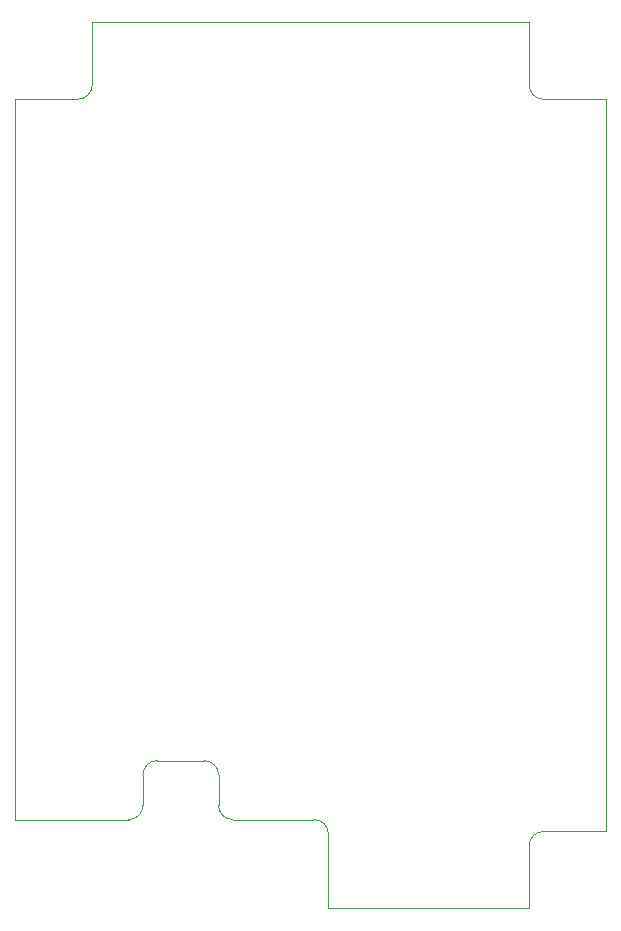
<source format=gbr>
%TF.GenerationSoftware,KiCad,Pcbnew,5.0.2+dfsg1-1*%
%TF.CreationDate,2020-10-17T15:43:31+03:00*%
%TF.ProjectId,LocalTrack,4c6f6361-6c54-4726-9163-6b2e6b696361,1.3*%
%TF.SameCoordinates,PX7270e00PY47868c0*%
%TF.FileFunction,Profile,NP*%
%FSLAX46Y46*%
G04 Gerber Fmt 4.6, Leading zero omitted, Abs format (unit mm)*
G04 Created by KiCad (PCBNEW 5.0.2+dfsg1-1) date Sat 17 Oct 2020 03:43:31 PM MSK*
%MOMM*%
%LPD*%
G01*
G04 APERTURE LIST*
%ADD10C,0.100000*%
G04 APERTURE END LIST*
D10*
X10800000Y-66300000D02*
G75*
G02X9600000Y-67500000I-1200000J0D01*
G01*
X26500000Y-68700000D02*
X26500000Y-75000000D01*
X25300000Y-67500000D02*
G75*
G02X26500000Y-68700000I0J-1200000D01*
G01*
X18400000Y-67500000D02*
X25300000Y-67500000D01*
X18400000Y-67500000D02*
G75*
G02X17200000Y-66300000I0J1200000D01*
G01*
X17200000Y-63700000D02*
X17200000Y-66300000D01*
X10800000Y-66300000D02*
X10800000Y-63700000D01*
X5300000Y-67500000D02*
X9600000Y-67500000D01*
X16000000Y-62500000D02*
X12000000Y-62500000D01*
X16000000Y-62500000D02*
G75*
G02X17200000Y-63700000I0J-1200000D01*
G01*
X10800000Y-63700000D02*
G75*
G02X12000000Y-62500000I1200000J0D01*
G01*
X37200000Y-75000000D02*
X43500000Y-75000000D01*
X37200000Y-75000000D02*
X26500000Y-75000000D01*
X44700000Y-6500000D02*
G75*
G02X43500000Y-5300000I0J1200000D01*
G01*
X6500000Y-5300000D02*
G75*
G02X5300000Y-6500000I-1200000J0D01*
G01*
X43500000Y-69700000D02*
G75*
G02X44700000Y-68500000I1200000J0D01*
G01*
X44700000Y-68500000D02*
X50000000Y-68500000D01*
X43500000Y-75000000D02*
X43500000Y-69700000D01*
X0Y-67500000D02*
X5300000Y-67500000D01*
X5300000Y-6500000D02*
X0Y-6500000D01*
X6500000Y0D02*
X6500000Y-5300000D01*
X44700000Y-6500000D02*
X50000000Y-6500000D01*
X43500000Y0D02*
X43500000Y-5300000D01*
X6500000Y0D02*
X43500000Y0D01*
X50000000Y-6500000D02*
X50000000Y-68500000D01*
X0Y-6500000D02*
X0Y-67500000D01*
M02*

</source>
